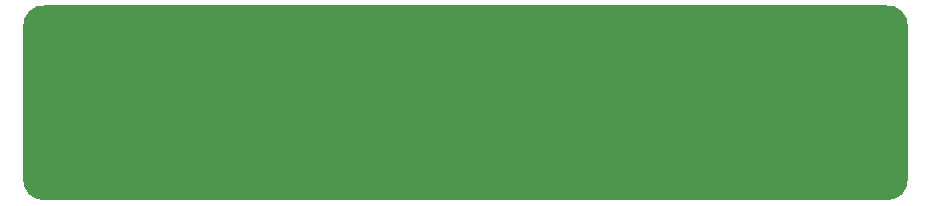
<source format=gbr>
G04 DipTrace 2.4.0.2*
%INBoard.gbr*%
%MOIN*%
%ADD11C,0.0055*%
%FSLAX44Y44*%
G04*
G70*
G90*
G75*
G01*
%LNBoardPoly*%
%LPD*%
G36*
X3943Y9693D2*
D11*
Y4693D1*
G03X4693Y3943I688J-62D01*
G01*
X32693D1*
G03X33443Y4693I63J687D01*
G01*
Y9693D1*
G03X32693Y10443I-687J63D01*
G01*
X4693D1*
G03X3943Y9693I-62J-688D01*
G01*
G37*
M02*

</source>
